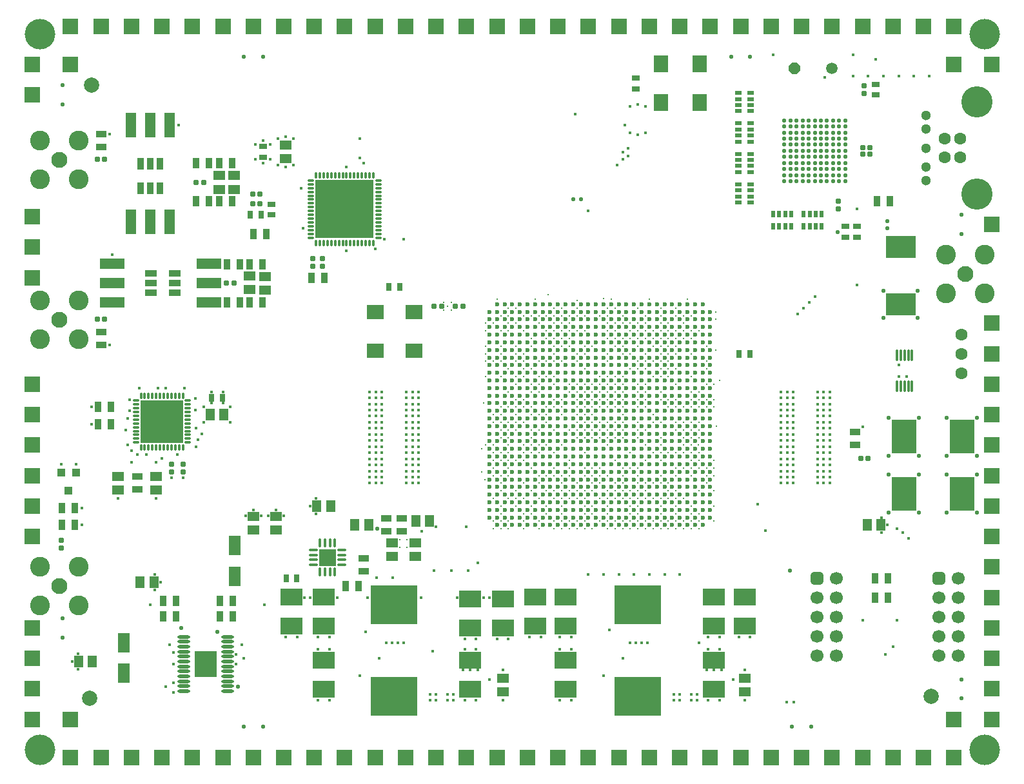
<source format=gts>
%FSLAX25Y25*%
%MOIN*%
G70*
G01*
G75*
G04 Layer_Color=8388736*
%ADD10C,0.00591*%
%ADD11C,0.00591*%
%ADD12C,0.00492*%
%ADD13R,0.03347X0.05118*%
%ADD14R,0.04528X0.05709*%
%ADD15R,0.12598X0.16929*%
%ADD16R,0.03150X0.01575*%
%ADD17R,0.01575X0.03150*%
%ADD18R,0.05709X0.04528*%
%ADD19R,0.03543X0.02756*%
G04:AMPARAMS|DCode=20|XSize=23.62mil|YSize=23.62mil|CornerRadius=2.95mil|HoleSize=0mil|Usage=FLASHONLY|Rotation=90.000|XOffset=0mil|YOffset=0mil|HoleType=Round|Shape=RoundedRectangle|*
%AMROUNDEDRECTD20*
21,1,0.02362,0.01772,0,0,90.0*
21,1,0.01772,0.02362,0,0,90.0*
1,1,0.00591,0.00886,0.00886*
1,1,0.00591,0.00886,-0.00886*
1,1,0.00591,-0.00886,-0.00886*
1,1,0.00591,-0.00886,0.00886*
%
%ADD20ROUNDEDRECTD20*%
%ADD21R,0.02756X0.03543*%
G04:AMPARAMS|DCode=22|XSize=23.62mil|YSize=23.62mil|CornerRadius=2.95mil|HoleSize=0mil|Usage=FLASHONLY|Rotation=180.000|XOffset=0mil|YOffset=0mil|HoleType=Round|Shape=RoundedRectangle|*
%AMROUNDEDRECTD22*
21,1,0.02362,0.01772,0,0,180.0*
21,1,0.01772,0.02362,0,0,180.0*
1,1,0.00591,-0.00886,0.00886*
1,1,0.00591,0.00886,0.00886*
1,1,0.00591,0.00886,-0.00886*
1,1,0.00591,-0.00886,-0.00886*
%
%ADD22ROUNDEDRECTD22*%
%ADD23R,0.05118X0.03347*%
%ADD24R,0.11000X0.08500*%
%ADD25R,0.23622X0.19685*%
%ADD26O,0.06102X0.01378*%
%ADD27R,0.10787X0.12795*%
%ADD28O,0.04134X0.01181*%
%ADD29O,0.01181X0.04134*%
%ADD30R,0.08268X0.08268*%
%ADD31R,0.05906X0.09449*%
%ADD32C,0.03937*%
%ADD33R,0.05512X0.02992*%
%ADD34R,0.12520X0.05000*%
%ADD35R,0.02992X0.05512*%
%ADD36R,0.05000X0.12520*%
%ADD37O,0.00984X0.03150*%
%ADD38O,0.03150X0.00984*%
%ADD39R,0.21654X0.21654*%
%ADD40O,0.00984X0.05709*%
%ADD41R,0.29528X0.29528*%
%ADD42O,0.00984X0.03543*%
%ADD43O,0.03543X0.00984*%
%ADD44C,0.01772*%
%ADD45C,0.01575*%
%ADD46C,0.01969*%
%ADD47R,0.07087X0.08661*%
%ADD48R,0.08661X0.07087*%
%ADD49R,0.14961X0.11024*%
%ADD50R,0.03543X0.03740*%
%ADD51C,0.05906*%
%ADD52C,0.01181*%
%ADD53C,0.00984*%
%ADD54C,0.03937*%
%ADD55C,0.00787*%
%ADD56C,0.00551*%
%ADD57C,0.00394*%
%ADD58P,0.05966X8X22.5*%
%ADD59C,0.05512*%
%ADD60C,0.05906*%
%ADD61C,0.07874*%
%ADD62C,0.09843*%
%ADD63C,0.15748*%
%ADD64C,0.04724*%
%ADD65R,0.07874X0.07874*%
%ADD66R,0.07874X0.07874*%
G04:AMPARAMS|DCode=67|XSize=62.99mil|YSize=62.99mil|CornerRadius=15.75mil|HoleSize=0mil|Usage=FLASHONLY|Rotation=90.000|XOffset=0mil|YOffset=0mil|HoleType=Round|Shape=RoundedRectangle|*
%AMROUNDEDRECTD67*
21,1,0.06299,0.03150,0,0,90.0*
21,1,0.03150,0.06299,0,0,90.0*
1,1,0.03150,0.01575,0.01575*
1,1,0.03150,0.01575,-0.01575*
1,1,0.03150,-0.01575,-0.01575*
1,1,0.03150,-0.01575,0.01575*
%
%ADD67ROUNDEDRECTD67*%
%ADD68C,0.06299*%
%ADD69C,0.02559*%
%ADD70C,0.02953*%
%ADD71C,0.02362*%
%ADD72C,0.02756*%
%ADD73C,0.01575*%
%ADD74C,0.01969*%
%ADD75C,0.08661*%
%ADD76C,0.06693*%
%ADD77C,0.03937*%
%ADD78C,0.03740*%
%ADD79C,0.03543*%
%ADD80C,0.03150*%
%ADD81C,0.04331*%
%ADD82C,0.03347*%
%ADD83C,0.00512*%
%ADD84C,0.00494*%
%ADD85C,0.02756*%
%ADD86C,0.02362*%
%ADD87C,0.09449*%
%ADD88C,0.10630*%
%ADD89R,0.03347X0.01102*%
%ADD90R,0.06496X0.09449*%
%ADD91O,0.08661X0.02362*%
%ADD92O,0.03347X0.01102*%
%ADD93O,0.01102X0.03347*%
%ADD94R,0.08071X0.08071*%
%ADD95O,0.02756X0.09843*%
%ADD96C,0.07874*%
%ADD97C,0.01000*%
%ADD98C,0.00984*%
%ADD99R,0.03740X0.05512*%
%ADD100R,0.04921X0.06102*%
%ADD101R,0.12992X0.17323*%
%ADD102R,0.03543X0.01969*%
%ADD103R,0.01969X0.03543*%
%ADD104R,0.06102X0.04921*%
%ADD105R,0.03937X0.03150*%
G04:AMPARAMS|DCode=106|XSize=27.56mil|YSize=27.56mil|CornerRadius=4.92mil|HoleSize=0mil|Usage=FLASHONLY|Rotation=90.000|XOffset=0mil|YOffset=0mil|HoleType=Round|Shape=RoundedRectangle|*
%AMROUNDEDRECTD106*
21,1,0.02756,0.01772,0,0,90.0*
21,1,0.01772,0.02756,0,0,90.0*
1,1,0.00984,0.00886,0.00886*
1,1,0.00984,0.00886,-0.00886*
1,1,0.00984,-0.00886,-0.00886*
1,1,0.00984,-0.00886,0.00886*
%
%ADD106ROUNDEDRECTD106*%
%ADD107R,0.03150X0.03937*%
G04:AMPARAMS|DCode=108|XSize=27.56mil|YSize=27.56mil|CornerRadius=4.92mil|HoleSize=0mil|Usage=FLASHONLY|Rotation=180.000|XOffset=0mil|YOffset=0mil|HoleType=Round|Shape=RoundedRectangle|*
%AMROUNDEDRECTD108*
21,1,0.02756,0.01772,0,0,180.0*
21,1,0.01772,0.02756,0,0,180.0*
1,1,0.00984,-0.00886,0.00886*
1,1,0.00984,0.00886,0.00886*
1,1,0.00984,0.00886,-0.00886*
1,1,0.00984,-0.00886,-0.00886*
%
%ADD108ROUNDEDRECTD108*%
%ADD109R,0.05512X0.03740*%
%ADD110R,0.11394X0.08894*%
%ADD111R,0.24016X0.20079*%
%ADD112O,0.06496X0.01772*%
%ADD113R,0.11181X0.13189*%
%ADD114O,0.04528X0.01575*%
%ADD115O,0.01575X0.04528*%
%ADD116R,0.08661X0.08661*%
%ADD117R,0.06299X0.09843*%
%ADD118C,0.07874*%
%ADD119R,0.05906X0.03386*%
%ADD120R,0.12913X0.05394*%
%ADD121R,0.03386X0.05906*%
%ADD122R,0.05394X0.12913*%
%ADD123O,0.01378X0.03543*%
%ADD124O,0.03543X0.01378*%
%ADD125R,0.22047X0.22047*%
%ADD126O,0.01378X0.06102*%
%ADD127R,0.29921X0.29921*%
%ADD128O,0.01378X0.03937*%
%ADD129O,0.03937X0.01378*%
%ADD130C,0.02165*%
%ADD131R,0.07480X0.09055*%
%ADD132R,0.09055X0.07480*%
%ADD133R,0.15354X0.11417*%
%ADD134R,0.03937X0.04134*%
%ADD135P,0.06392X8X22.5*%
%ADD136C,0.08268*%
%ADD137C,0.10236*%
%ADD138C,0.16142*%
%ADD139C,0.05118*%
%ADD140C,0.15748*%
%ADD141R,0.08268X0.08268*%
G04:AMPARAMS|DCode=142|XSize=66.93mil|YSize=66.93mil|CornerRadius=17.72mil|HoleSize=0mil|Usage=FLASHONLY|Rotation=90.000|XOffset=0mil|YOffset=0mil|HoleType=Round|Shape=RoundedRectangle|*
%AMROUNDEDRECTD142*
21,1,0.06693,0.03150,0,0,90.0*
21,1,0.03150,0.06693,0,0,90.0*
1,1,0.03543,0.01575,0.01575*
1,1,0.03543,0.01575,-0.01575*
1,1,0.03543,-0.01575,-0.01575*
1,1,0.03543,-0.01575,0.01575*
%
%ADD142ROUNDEDRECTD142*%
%ADD143C,0.01772*%
%ADD144C,0.02165*%
%ADD145C,0.01181*%
D30*
X602362Y110236D02*
D03*
X586614D02*
D03*
X555118D02*
D03*
X570866D02*
D03*
X539370D02*
D03*
X523622D02*
D03*
X492126D02*
D03*
X507874D02*
D03*
X476378D02*
D03*
X460630D02*
D03*
X429134D02*
D03*
X444882D02*
D03*
X413386D02*
D03*
X397638D02*
D03*
X366142D02*
D03*
X381890D02*
D03*
X350394D02*
D03*
X334646D02*
D03*
X303150D02*
D03*
X318898D02*
D03*
X287402D02*
D03*
X271654D02*
D03*
X240157D02*
D03*
X255906D02*
D03*
X224409D02*
D03*
X208661D02*
D03*
X177165D02*
D03*
X192913D02*
D03*
X161417D02*
D03*
X637795Y129921D02*
D03*
Y145669D02*
D03*
Y161417D02*
D03*
Y177165D02*
D03*
X141732Y129921D02*
D03*
X161417D02*
D03*
X141732Y145669D02*
D03*
Y161417D02*
D03*
Y177165D02*
D03*
Y224409D02*
D03*
Y240157D02*
D03*
Y255906D02*
D03*
Y271654D02*
D03*
Y287402D02*
D03*
Y303150D02*
D03*
Y358268D02*
D03*
Y374016D02*
D03*
Y389764D02*
D03*
Y468504D02*
D03*
X161417D02*
D03*
Y488189D02*
D03*
X141732Y452756D02*
D03*
D45*
X553937Y296063D02*
D03*
Y299213D02*
D03*
Y289764D02*
D03*
Y292913D02*
D03*
X550788Y296063D02*
D03*
Y299213D02*
D03*
Y289764D02*
D03*
Y292913D02*
D03*
X553937Y283465D02*
D03*
Y286614D02*
D03*
Y274016D02*
D03*
Y280315D02*
D03*
X550788D02*
D03*
Y286614D02*
D03*
X553937Y277165D02*
D03*
X547638Y296063D02*
D03*
Y299213D02*
D03*
Y289764D02*
D03*
Y292913D02*
D03*
Y286614D02*
D03*
X535040Y292913D02*
D03*
Y283465D02*
D03*
X550788D02*
D03*
X547638D02*
D03*
X550788Y277165D02*
D03*
X547638Y280315D02*
D03*
Y277165D02*
D03*
X553937Y267717D02*
D03*
X550788Y270866D02*
D03*
Y274016D02*
D03*
X553937Y270866D02*
D03*
Y261417D02*
D03*
Y264567D02*
D03*
Y251969D02*
D03*
Y258268D02*
D03*
X550788Y264567D02*
D03*
Y267717D02*
D03*
X553937Y255118D02*
D03*
X547638Y270866D02*
D03*
Y274016D02*
D03*
X550788Y261417D02*
D03*
X547638Y267717D02*
D03*
Y264567D02*
D03*
X535040D02*
D03*
X547638Y261417D02*
D03*
X550788Y258268D02*
D03*
X547638D02*
D03*
X550788Y251969D02*
D03*
Y255118D02*
D03*
X547638D02*
D03*
X535040D02*
D03*
X547638Y251969D02*
D03*
X535040Y296063D02*
D03*
Y299213D02*
D03*
Y289764D02*
D03*
X531890Y292913D02*
D03*
Y296063D02*
D03*
X535040Y280315D02*
D03*
Y286614D02*
D03*
Y277165D02*
D03*
X531890Y274016D02*
D03*
Y280315D02*
D03*
Y289764D02*
D03*
Y277165D02*
D03*
Y299213D02*
D03*
X528740D02*
D03*
Y292913D02*
D03*
Y296063D02*
D03*
Y286614D02*
D03*
Y289764D02*
D03*
X531890Y283465D02*
D03*
Y286614D02*
D03*
X528740Y280315D02*
D03*
Y283465D02*
D03*
Y277165D02*
D03*
X535040Y270866D02*
D03*
Y274016D02*
D03*
Y261417D02*
D03*
Y267717D02*
D03*
X531890Y264567D02*
D03*
Y267717D02*
D03*
X535040Y258268D02*
D03*
X531890Y261417D02*
D03*
X535040Y251969D02*
D03*
X531890Y258268D02*
D03*
Y270866D02*
D03*
X528740Y274016D02*
D03*
Y267717D02*
D03*
Y270866D02*
D03*
Y261417D02*
D03*
Y264567D02*
D03*
X531890Y251969D02*
D03*
Y255118D02*
D03*
X528740D02*
D03*
Y258268D02*
D03*
Y251969D02*
D03*
X316142D02*
D03*
Y258268D02*
D03*
Y255118D02*
D03*
X319291D02*
D03*
Y251969D02*
D03*
X316142Y264567D02*
D03*
Y261417D02*
D03*
Y270866D02*
D03*
Y267717D02*
D03*
Y274016D02*
D03*
X319291Y270866D02*
D03*
Y258268D02*
D03*
X322441Y251969D02*
D03*
X319291Y261417D02*
D03*
X322441Y258268D02*
D03*
X319291Y267717D02*
D03*
Y264567D02*
D03*
X322441Y267717D02*
D03*
Y261417D02*
D03*
Y274016D02*
D03*
Y270866D02*
D03*
X316142Y277165D02*
D03*
Y283465D02*
D03*
Y280315D02*
D03*
X319291Y286614D02*
D03*
Y283465D02*
D03*
X316142Y289764D02*
D03*
Y286614D02*
D03*
Y296063D02*
D03*
Y292913D02*
D03*
Y299213D02*
D03*
X319291D02*
D03*
Y277165D02*
D03*
Y289764D02*
D03*
Y280315D02*
D03*
Y274016D02*
D03*
X322441Y277165D02*
D03*
Y286614D02*
D03*
Y280315D02*
D03*
X319291Y296063D02*
D03*
Y292913D02*
D03*
X322441Y289764D02*
D03*
Y299213D02*
D03*
Y296063D02*
D03*
X335039Y251969D02*
D03*
X322441Y255118D02*
D03*
X335039D02*
D03*
X338189D02*
D03*
Y251969D02*
D03*
X335039Y258268D02*
D03*
X338189D02*
D03*
X335039Y261417D02*
D03*
X322441Y264567D02*
D03*
X335039D02*
D03*
Y267717D02*
D03*
X338189Y261417D02*
D03*
X335039Y274016D02*
D03*
Y270866D02*
D03*
X341339Y255118D02*
D03*
X338189Y267717D02*
D03*
Y264567D02*
D03*
X341339Y258268D02*
D03*
Y251969D02*
D03*
Y264567D02*
D03*
Y261417D02*
D03*
Y270866D02*
D03*
X338189Y274016D02*
D03*
Y270866D02*
D03*
X341339Y267717D02*
D03*
X335039Y277165D02*
D03*
Y280315D02*
D03*
X338189Y277165D02*
D03*
X335039Y283465D02*
D03*
X338189D02*
D03*
X322441D02*
D03*
Y292913D02*
D03*
X335039Y286614D02*
D03*
Y292913D02*
D03*
Y289764D02*
D03*
Y299213D02*
D03*
Y296063D02*
D03*
X341339Y277165D02*
D03*
X338189Y286614D02*
D03*
Y280315D02*
D03*
X341339D02*
D03*
Y274016D02*
D03*
Y286614D02*
D03*
Y283465D02*
D03*
X338189Y292913D02*
D03*
Y289764D02*
D03*
Y299213D02*
D03*
Y296063D02*
D03*
X341339Y292913D02*
D03*
Y289764D02*
D03*
Y299213D02*
D03*
Y296063D02*
D03*
X276575Y430118D02*
D03*
X268701D02*
D03*
X272638Y431102D02*
D03*
X183071Y370079D02*
D03*
X181732Y323425D02*
D03*
X217165Y437008D02*
D03*
X181732Y432480D02*
D03*
X240158Y299213D02*
D03*
Y293307D02*
D03*
X234252Y299213D02*
D03*
Y293307D02*
D03*
X429134Y392717D02*
D03*
D60*
X554882Y466535D02*
D03*
D68*
X622047Y328898D02*
D03*
Y308898D02*
D03*
Y318898D02*
D03*
X621220Y430197D02*
D03*
X613346D02*
D03*
Y420354D02*
D03*
X621220D02*
D03*
D71*
X492126Y340551D02*
D03*
Y336614D02*
D03*
Y332677D02*
D03*
Y328740D02*
D03*
Y324803D02*
D03*
Y320866D02*
D03*
Y316929D02*
D03*
Y312992D02*
D03*
Y309055D02*
D03*
Y305118D02*
D03*
Y301181D02*
D03*
Y297244D02*
D03*
Y293307D02*
D03*
Y289370D02*
D03*
Y285433D02*
D03*
Y281496D02*
D03*
Y277559D02*
D03*
Y273622D02*
D03*
Y269685D02*
D03*
Y265748D02*
D03*
Y261811D02*
D03*
Y257874D02*
D03*
Y253937D02*
D03*
Y250000D02*
D03*
Y246063D02*
D03*
Y242126D02*
D03*
Y238189D02*
D03*
Y234252D02*
D03*
X488189Y344488D02*
D03*
Y340551D02*
D03*
Y336614D02*
D03*
Y332677D02*
D03*
Y328740D02*
D03*
Y324803D02*
D03*
Y320866D02*
D03*
Y316929D02*
D03*
Y312992D02*
D03*
Y309055D02*
D03*
Y305118D02*
D03*
Y301181D02*
D03*
Y297244D02*
D03*
Y293307D02*
D03*
Y289370D02*
D03*
Y285433D02*
D03*
Y281496D02*
D03*
Y277559D02*
D03*
Y273622D02*
D03*
Y269685D02*
D03*
Y265748D02*
D03*
Y261811D02*
D03*
Y257874D02*
D03*
Y253937D02*
D03*
Y250000D02*
D03*
Y246063D02*
D03*
Y242126D02*
D03*
Y238189D02*
D03*
Y234252D02*
D03*
Y230315D02*
D03*
X484252Y344488D02*
D03*
Y340551D02*
D03*
Y336614D02*
D03*
Y332677D02*
D03*
Y328740D02*
D03*
Y324803D02*
D03*
Y320866D02*
D03*
Y316929D02*
D03*
Y312992D02*
D03*
Y309055D02*
D03*
Y305118D02*
D03*
Y301181D02*
D03*
Y297244D02*
D03*
Y293307D02*
D03*
Y289370D02*
D03*
Y285433D02*
D03*
Y281496D02*
D03*
Y277559D02*
D03*
Y273622D02*
D03*
Y269685D02*
D03*
Y265748D02*
D03*
Y261811D02*
D03*
Y257874D02*
D03*
Y253937D02*
D03*
Y250000D02*
D03*
Y246063D02*
D03*
Y242126D02*
D03*
Y238189D02*
D03*
Y234252D02*
D03*
Y230315D02*
D03*
X480315Y344488D02*
D03*
Y340551D02*
D03*
Y336614D02*
D03*
Y332677D02*
D03*
Y328740D02*
D03*
Y324803D02*
D03*
Y320866D02*
D03*
Y316929D02*
D03*
Y312992D02*
D03*
Y309055D02*
D03*
Y305118D02*
D03*
Y301181D02*
D03*
Y297244D02*
D03*
Y293307D02*
D03*
Y289370D02*
D03*
Y285433D02*
D03*
Y281496D02*
D03*
Y277559D02*
D03*
Y273622D02*
D03*
Y269685D02*
D03*
Y265748D02*
D03*
Y261811D02*
D03*
Y257874D02*
D03*
Y253937D02*
D03*
Y250000D02*
D03*
Y246063D02*
D03*
Y242126D02*
D03*
Y238189D02*
D03*
Y234252D02*
D03*
Y230315D02*
D03*
X476378Y344488D02*
D03*
Y340551D02*
D03*
Y336614D02*
D03*
Y332677D02*
D03*
Y328740D02*
D03*
Y324803D02*
D03*
Y320866D02*
D03*
Y316929D02*
D03*
Y312992D02*
D03*
Y309055D02*
D03*
Y305118D02*
D03*
Y301181D02*
D03*
Y297244D02*
D03*
Y293307D02*
D03*
Y289370D02*
D03*
Y285433D02*
D03*
Y281496D02*
D03*
Y277559D02*
D03*
Y273622D02*
D03*
Y269685D02*
D03*
Y265748D02*
D03*
Y261811D02*
D03*
Y257874D02*
D03*
Y253937D02*
D03*
Y250000D02*
D03*
Y246063D02*
D03*
Y242126D02*
D03*
Y238189D02*
D03*
Y234252D02*
D03*
Y230315D02*
D03*
X472441Y344488D02*
D03*
Y340551D02*
D03*
Y336614D02*
D03*
Y332677D02*
D03*
Y328740D02*
D03*
Y324803D02*
D03*
Y320866D02*
D03*
Y316929D02*
D03*
Y312992D02*
D03*
Y309055D02*
D03*
Y305118D02*
D03*
Y301181D02*
D03*
Y297244D02*
D03*
Y293307D02*
D03*
Y289370D02*
D03*
Y285433D02*
D03*
Y281496D02*
D03*
Y277559D02*
D03*
Y273622D02*
D03*
Y269685D02*
D03*
Y265748D02*
D03*
Y261811D02*
D03*
Y257874D02*
D03*
Y253937D02*
D03*
Y250000D02*
D03*
Y246063D02*
D03*
Y242126D02*
D03*
Y238189D02*
D03*
Y234252D02*
D03*
Y230315D02*
D03*
X468504Y344488D02*
D03*
Y340551D02*
D03*
Y336614D02*
D03*
Y332677D02*
D03*
Y328740D02*
D03*
Y324803D02*
D03*
Y320866D02*
D03*
Y316929D02*
D03*
Y312992D02*
D03*
Y309055D02*
D03*
Y305118D02*
D03*
Y301181D02*
D03*
Y297244D02*
D03*
Y293307D02*
D03*
Y289370D02*
D03*
Y285433D02*
D03*
Y281496D02*
D03*
Y277559D02*
D03*
Y273622D02*
D03*
Y269685D02*
D03*
Y265748D02*
D03*
Y261811D02*
D03*
Y257874D02*
D03*
Y253937D02*
D03*
Y250000D02*
D03*
Y246063D02*
D03*
Y242126D02*
D03*
Y238189D02*
D03*
Y234252D02*
D03*
Y230315D02*
D03*
X464567Y344488D02*
D03*
Y340551D02*
D03*
Y336614D02*
D03*
Y332677D02*
D03*
Y328740D02*
D03*
Y324803D02*
D03*
Y320866D02*
D03*
Y316929D02*
D03*
Y312992D02*
D03*
Y309055D02*
D03*
Y305118D02*
D03*
Y301181D02*
D03*
Y297244D02*
D03*
Y293307D02*
D03*
Y289370D02*
D03*
Y285433D02*
D03*
Y281496D02*
D03*
Y277559D02*
D03*
Y273622D02*
D03*
Y269685D02*
D03*
Y265748D02*
D03*
Y261811D02*
D03*
Y257874D02*
D03*
Y253937D02*
D03*
Y250000D02*
D03*
Y246063D02*
D03*
Y242126D02*
D03*
Y238189D02*
D03*
Y234252D02*
D03*
Y230315D02*
D03*
X460630Y344488D02*
D03*
Y340551D02*
D03*
Y336614D02*
D03*
Y332677D02*
D03*
Y328740D02*
D03*
Y324803D02*
D03*
Y320866D02*
D03*
Y316929D02*
D03*
Y312992D02*
D03*
Y309055D02*
D03*
Y305118D02*
D03*
Y301181D02*
D03*
Y297244D02*
D03*
Y293307D02*
D03*
Y289370D02*
D03*
Y285433D02*
D03*
Y281496D02*
D03*
Y277559D02*
D03*
Y273622D02*
D03*
Y269685D02*
D03*
Y265748D02*
D03*
Y261811D02*
D03*
Y257874D02*
D03*
Y253937D02*
D03*
Y250000D02*
D03*
Y246063D02*
D03*
Y242126D02*
D03*
Y238189D02*
D03*
Y234252D02*
D03*
Y230315D02*
D03*
X456693Y344488D02*
D03*
Y340551D02*
D03*
Y336614D02*
D03*
Y332677D02*
D03*
Y328740D02*
D03*
Y324803D02*
D03*
Y320866D02*
D03*
Y316929D02*
D03*
Y312992D02*
D03*
Y309055D02*
D03*
Y305118D02*
D03*
Y301181D02*
D03*
Y297244D02*
D03*
Y293307D02*
D03*
Y289370D02*
D03*
Y285433D02*
D03*
Y281496D02*
D03*
Y277559D02*
D03*
Y273622D02*
D03*
Y269685D02*
D03*
Y265748D02*
D03*
Y261811D02*
D03*
Y257874D02*
D03*
Y253937D02*
D03*
Y250000D02*
D03*
Y246063D02*
D03*
Y242126D02*
D03*
Y238189D02*
D03*
Y234252D02*
D03*
Y230315D02*
D03*
X452756Y344488D02*
D03*
Y340551D02*
D03*
Y336614D02*
D03*
Y332677D02*
D03*
Y328740D02*
D03*
Y324803D02*
D03*
Y320866D02*
D03*
Y316929D02*
D03*
Y312992D02*
D03*
Y309055D02*
D03*
Y305118D02*
D03*
Y301181D02*
D03*
Y297244D02*
D03*
Y293307D02*
D03*
Y289370D02*
D03*
Y285433D02*
D03*
Y281496D02*
D03*
Y277559D02*
D03*
Y273622D02*
D03*
Y269685D02*
D03*
Y265748D02*
D03*
Y261811D02*
D03*
Y257874D02*
D03*
Y253937D02*
D03*
Y250000D02*
D03*
Y246063D02*
D03*
Y242126D02*
D03*
Y238189D02*
D03*
Y234252D02*
D03*
Y230315D02*
D03*
X448819Y344488D02*
D03*
Y340551D02*
D03*
Y336614D02*
D03*
Y332677D02*
D03*
Y328740D02*
D03*
Y324803D02*
D03*
Y320866D02*
D03*
Y316929D02*
D03*
Y312992D02*
D03*
Y309055D02*
D03*
Y305118D02*
D03*
Y301181D02*
D03*
Y297244D02*
D03*
Y293307D02*
D03*
Y289370D02*
D03*
Y285433D02*
D03*
Y281496D02*
D03*
Y277559D02*
D03*
Y273622D02*
D03*
Y269685D02*
D03*
Y265748D02*
D03*
Y261811D02*
D03*
Y257874D02*
D03*
Y253937D02*
D03*
Y250000D02*
D03*
Y246063D02*
D03*
Y242126D02*
D03*
Y238189D02*
D03*
Y234252D02*
D03*
Y230315D02*
D03*
X444882Y344488D02*
D03*
Y340551D02*
D03*
Y336614D02*
D03*
Y332677D02*
D03*
Y328740D02*
D03*
Y324803D02*
D03*
Y320866D02*
D03*
Y316929D02*
D03*
Y312992D02*
D03*
Y309055D02*
D03*
Y305118D02*
D03*
Y301181D02*
D03*
Y297244D02*
D03*
Y293307D02*
D03*
Y289370D02*
D03*
Y285433D02*
D03*
Y281496D02*
D03*
Y277559D02*
D03*
Y273622D02*
D03*
Y269685D02*
D03*
Y265748D02*
D03*
Y261811D02*
D03*
Y257874D02*
D03*
Y253937D02*
D03*
Y250000D02*
D03*
Y246063D02*
D03*
Y242126D02*
D03*
Y238189D02*
D03*
Y234252D02*
D03*
Y230315D02*
D03*
X440945Y344488D02*
D03*
Y340551D02*
D03*
Y336614D02*
D03*
Y332677D02*
D03*
Y328740D02*
D03*
Y324803D02*
D03*
Y320866D02*
D03*
Y316929D02*
D03*
Y312992D02*
D03*
Y309055D02*
D03*
Y305118D02*
D03*
Y301181D02*
D03*
Y297244D02*
D03*
Y293307D02*
D03*
Y289370D02*
D03*
Y285433D02*
D03*
Y281496D02*
D03*
Y277559D02*
D03*
Y273622D02*
D03*
Y269685D02*
D03*
Y265748D02*
D03*
Y261811D02*
D03*
Y257874D02*
D03*
Y253937D02*
D03*
Y250000D02*
D03*
Y246063D02*
D03*
Y242126D02*
D03*
Y238189D02*
D03*
Y234252D02*
D03*
Y230315D02*
D03*
X437008Y344488D02*
D03*
Y340551D02*
D03*
Y336614D02*
D03*
Y332677D02*
D03*
Y328740D02*
D03*
Y324803D02*
D03*
Y320866D02*
D03*
Y316929D02*
D03*
Y312992D02*
D03*
Y309055D02*
D03*
Y305118D02*
D03*
Y301181D02*
D03*
Y297244D02*
D03*
Y293307D02*
D03*
Y289370D02*
D03*
Y285433D02*
D03*
Y281496D02*
D03*
Y277559D02*
D03*
Y273622D02*
D03*
Y269685D02*
D03*
Y265748D02*
D03*
Y261811D02*
D03*
Y257874D02*
D03*
Y253937D02*
D03*
Y250000D02*
D03*
Y246063D02*
D03*
Y242126D02*
D03*
Y238189D02*
D03*
Y234252D02*
D03*
Y230315D02*
D03*
X433071Y344488D02*
D03*
Y340551D02*
D03*
Y336614D02*
D03*
Y332677D02*
D03*
Y328740D02*
D03*
Y324803D02*
D03*
Y320866D02*
D03*
Y316929D02*
D03*
Y312992D02*
D03*
Y309055D02*
D03*
Y305118D02*
D03*
Y301181D02*
D03*
Y297244D02*
D03*
Y293307D02*
D03*
Y289370D02*
D03*
Y285433D02*
D03*
Y281496D02*
D03*
Y277559D02*
D03*
Y273622D02*
D03*
Y269685D02*
D03*
Y265748D02*
D03*
Y261811D02*
D03*
Y257874D02*
D03*
Y253937D02*
D03*
Y250000D02*
D03*
Y246063D02*
D03*
Y242126D02*
D03*
Y238189D02*
D03*
Y234252D02*
D03*
Y230315D02*
D03*
X429134Y344488D02*
D03*
Y340551D02*
D03*
Y336614D02*
D03*
Y332677D02*
D03*
Y328740D02*
D03*
Y324803D02*
D03*
Y320866D02*
D03*
Y316929D02*
D03*
Y312992D02*
D03*
Y309055D02*
D03*
Y305118D02*
D03*
Y301181D02*
D03*
Y297244D02*
D03*
Y293307D02*
D03*
Y289370D02*
D03*
Y285433D02*
D03*
Y281496D02*
D03*
Y277559D02*
D03*
Y273622D02*
D03*
Y269685D02*
D03*
Y265748D02*
D03*
Y261811D02*
D03*
Y257874D02*
D03*
Y253937D02*
D03*
Y250000D02*
D03*
Y246063D02*
D03*
Y242126D02*
D03*
Y238189D02*
D03*
Y234252D02*
D03*
Y230315D02*
D03*
X425197Y344488D02*
D03*
Y340551D02*
D03*
Y336614D02*
D03*
Y332677D02*
D03*
Y328740D02*
D03*
Y324803D02*
D03*
X425197Y320866D02*
D03*
X425197Y316929D02*
D03*
Y312992D02*
D03*
Y309055D02*
D03*
Y305118D02*
D03*
Y301181D02*
D03*
Y297244D02*
D03*
Y293307D02*
D03*
Y289370D02*
D03*
Y285433D02*
D03*
X425197Y281496D02*
D03*
X425197Y277559D02*
D03*
Y273622D02*
D03*
Y269685D02*
D03*
Y265748D02*
D03*
Y261811D02*
D03*
Y257874D02*
D03*
Y253937D02*
D03*
Y250000D02*
D03*
Y246063D02*
D03*
Y242126D02*
D03*
X425197Y238189D02*
D03*
X425197Y234252D02*
D03*
Y230315D02*
D03*
X421260Y344488D02*
D03*
Y340551D02*
D03*
X421260Y336614D02*
D03*
X421260Y332677D02*
D03*
Y328740D02*
D03*
Y324803D02*
D03*
X421260Y320866D02*
D03*
X421260Y316929D02*
D03*
Y312992D02*
D03*
Y309055D02*
D03*
Y305118D02*
D03*
Y301181D02*
D03*
Y297244D02*
D03*
X421260Y293307D02*
D03*
X421260Y289370D02*
D03*
Y285433D02*
D03*
X421260Y281496D02*
D03*
X421260Y277559D02*
D03*
Y273622D02*
D03*
Y269685D02*
D03*
X421260Y265748D02*
D03*
X421260Y261811D02*
D03*
Y257874D02*
D03*
Y253937D02*
D03*
Y250000D02*
D03*
Y246063D02*
D03*
X421260Y242126D02*
D03*
Y238189D02*
D03*
X421260Y234252D02*
D03*
Y230315D02*
D03*
X417323Y344488D02*
D03*
Y340551D02*
D03*
Y336614D02*
D03*
Y332677D02*
D03*
Y328740D02*
D03*
Y324803D02*
D03*
Y320866D02*
D03*
Y316929D02*
D03*
Y312992D02*
D03*
Y309055D02*
D03*
Y305118D02*
D03*
Y301181D02*
D03*
Y297244D02*
D03*
Y293307D02*
D03*
Y289370D02*
D03*
Y285433D02*
D03*
Y281496D02*
D03*
Y277559D02*
D03*
Y273622D02*
D03*
Y269685D02*
D03*
Y265748D02*
D03*
Y261811D02*
D03*
Y257874D02*
D03*
Y253937D02*
D03*
Y250000D02*
D03*
Y246063D02*
D03*
Y242126D02*
D03*
Y238189D02*
D03*
Y234252D02*
D03*
Y230315D02*
D03*
X413386Y344488D02*
D03*
Y340551D02*
D03*
Y336614D02*
D03*
Y332677D02*
D03*
Y328740D02*
D03*
Y324803D02*
D03*
Y320866D02*
D03*
Y316929D02*
D03*
Y312992D02*
D03*
Y309055D02*
D03*
Y305118D02*
D03*
Y301181D02*
D03*
Y297244D02*
D03*
Y293307D02*
D03*
Y289370D02*
D03*
Y285433D02*
D03*
Y281496D02*
D03*
Y277559D02*
D03*
Y273622D02*
D03*
Y269685D02*
D03*
Y265748D02*
D03*
Y261811D02*
D03*
Y257874D02*
D03*
Y253937D02*
D03*
Y250000D02*
D03*
Y246063D02*
D03*
Y242126D02*
D03*
Y238189D02*
D03*
Y234252D02*
D03*
Y230315D02*
D03*
X409449Y344488D02*
D03*
Y340551D02*
D03*
Y336614D02*
D03*
Y332677D02*
D03*
Y328740D02*
D03*
Y324803D02*
D03*
Y320866D02*
D03*
Y316929D02*
D03*
Y312992D02*
D03*
Y309055D02*
D03*
Y305118D02*
D03*
Y301181D02*
D03*
Y297244D02*
D03*
Y293307D02*
D03*
Y289370D02*
D03*
Y285433D02*
D03*
Y281496D02*
D03*
Y277559D02*
D03*
Y273622D02*
D03*
Y269685D02*
D03*
Y265748D02*
D03*
Y261811D02*
D03*
Y257874D02*
D03*
Y253937D02*
D03*
Y250000D02*
D03*
Y246063D02*
D03*
Y242126D02*
D03*
Y238189D02*
D03*
Y234252D02*
D03*
Y230315D02*
D03*
X405512Y344488D02*
D03*
Y340551D02*
D03*
Y336614D02*
D03*
Y332677D02*
D03*
Y328740D02*
D03*
Y324803D02*
D03*
Y320866D02*
D03*
Y316929D02*
D03*
Y312992D02*
D03*
Y309055D02*
D03*
Y305118D02*
D03*
Y301181D02*
D03*
Y297244D02*
D03*
Y293307D02*
D03*
Y289370D02*
D03*
Y285433D02*
D03*
Y281496D02*
D03*
Y277559D02*
D03*
Y273622D02*
D03*
Y269685D02*
D03*
Y265748D02*
D03*
Y261811D02*
D03*
Y257874D02*
D03*
Y253937D02*
D03*
Y250000D02*
D03*
Y246063D02*
D03*
Y242126D02*
D03*
Y238189D02*
D03*
Y234252D02*
D03*
Y230315D02*
D03*
X401575Y344488D02*
D03*
Y340551D02*
D03*
Y336614D02*
D03*
Y332677D02*
D03*
Y328740D02*
D03*
Y324803D02*
D03*
Y320866D02*
D03*
Y316929D02*
D03*
Y312992D02*
D03*
Y309055D02*
D03*
Y305118D02*
D03*
Y301181D02*
D03*
Y297244D02*
D03*
Y293307D02*
D03*
Y289370D02*
D03*
Y285433D02*
D03*
Y281496D02*
D03*
Y277559D02*
D03*
Y273622D02*
D03*
Y269685D02*
D03*
Y265748D02*
D03*
Y261811D02*
D03*
Y257874D02*
D03*
Y253937D02*
D03*
Y250000D02*
D03*
Y246063D02*
D03*
Y242126D02*
D03*
Y238189D02*
D03*
Y234252D02*
D03*
Y230315D02*
D03*
X397638Y344488D02*
D03*
Y340551D02*
D03*
Y336614D02*
D03*
Y332677D02*
D03*
Y328740D02*
D03*
Y324803D02*
D03*
Y320866D02*
D03*
Y316929D02*
D03*
Y312992D02*
D03*
Y309055D02*
D03*
Y305118D02*
D03*
Y301181D02*
D03*
Y297244D02*
D03*
Y293307D02*
D03*
Y289370D02*
D03*
Y285433D02*
D03*
Y281496D02*
D03*
Y277559D02*
D03*
Y273622D02*
D03*
Y269685D02*
D03*
Y265748D02*
D03*
Y261811D02*
D03*
Y257874D02*
D03*
Y253937D02*
D03*
Y250000D02*
D03*
Y246063D02*
D03*
Y242126D02*
D03*
Y238189D02*
D03*
Y234252D02*
D03*
Y230315D02*
D03*
X393701Y344488D02*
D03*
Y340551D02*
D03*
Y336614D02*
D03*
Y332677D02*
D03*
Y328740D02*
D03*
Y324803D02*
D03*
Y320866D02*
D03*
Y316929D02*
D03*
Y312992D02*
D03*
Y309055D02*
D03*
Y305118D02*
D03*
Y301181D02*
D03*
Y297244D02*
D03*
Y293307D02*
D03*
Y289370D02*
D03*
Y285433D02*
D03*
Y281496D02*
D03*
Y277559D02*
D03*
Y273622D02*
D03*
Y269685D02*
D03*
Y265748D02*
D03*
Y261811D02*
D03*
Y257874D02*
D03*
Y253937D02*
D03*
Y250000D02*
D03*
Y246063D02*
D03*
Y242126D02*
D03*
Y238189D02*
D03*
Y234252D02*
D03*
Y230315D02*
D03*
X389764Y344488D02*
D03*
Y340551D02*
D03*
Y336614D02*
D03*
Y332677D02*
D03*
Y328740D02*
D03*
Y324803D02*
D03*
Y320866D02*
D03*
Y316929D02*
D03*
Y312992D02*
D03*
Y309055D02*
D03*
Y305118D02*
D03*
Y301181D02*
D03*
Y297244D02*
D03*
Y293307D02*
D03*
Y289370D02*
D03*
Y285433D02*
D03*
Y281496D02*
D03*
Y277559D02*
D03*
Y273622D02*
D03*
Y269685D02*
D03*
Y265748D02*
D03*
Y261811D02*
D03*
Y257874D02*
D03*
Y253937D02*
D03*
Y250000D02*
D03*
Y246063D02*
D03*
Y242126D02*
D03*
Y238189D02*
D03*
Y234252D02*
D03*
Y230315D02*
D03*
X385827Y344488D02*
D03*
Y340551D02*
D03*
Y336614D02*
D03*
Y332677D02*
D03*
Y328740D02*
D03*
Y324803D02*
D03*
Y320866D02*
D03*
Y316929D02*
D03*
Y312992D02*
D03*
Y309055D02*
D03*
Y305118D02*
D03*
Y301181D02*
D03*
Y297244D02*
D03*
Y293307D02*
D03*
Y289370D02*
D03*
Y285433D02*
D03*
Y281496D02*
D03*
Y277559D02*
D03*
Y273622D02*
D03*
Y269685D02*
D03*
Y265748D02*
D03*
Y261811D02*
D03*
Y257874D02*
D03*
Y253937D02*
D03*
Y250000D02*
D03*
Y246063D02*
D03*
Y242126D02*
D03*
Y238189D02*
D03*
Y234252D02*
D03*
Y230315D02*
D03*
X381890Y344488D02*
D03*
Y340551D02*
D03*
Y336614D02*
D03*
Y332677D02*
D03*
Y328740D02*
D03*
Y324803D02*
D03*
Y320866D02*
D03*
Y316929D02*
D03*
Y312992D02*
D03*
Y309055D02*
D03*
Y305118D02*
D03*
Y301181D02*
D03*
Y297244D02*
D03*
Y293307D02*
D03*
Y289370D02*
D03*
Y285433D02*
D03*
Y281496D02*
D03*
Y277559D02*
D03*
Y273622D02*
D03*
Y269685D02*
D03*
Y265748D02*
D03*
Y261811D02*
D03*
Y257874D02*
D03*
Y253937D02*
D03*
Y250000D02*
D03*
Y246063D02*
D03*
Y242126D02*
D03*
Y238189D02*
D03*
Y234252D02*
D03*
Y230315D02*
D03*
X377953Y340551D02*
D03*
Y336614D02*
D03*
Y332677D02*
D03*
Y328740D02*
D03*
Y324803D02*
D03*
Y320866D02*
D03*
Y316929D02*
D03*
Y312992D02*
D03*
Y309055D02*
D03*
Y305118D02*
D03*
Y301181D02*
D03*
Y297244D02*
D03*
Y293307D02*
D03*
Y289370D02*
D03*
Y285433D02*
D03*
Y281496D02*
D03*
Y277559D02*
D03*
Y273622D02*
D03*
Y269685D02*
D03*
Y265748D02*
D03*
Y261811D02*
D03*
Y257874D02*
D03*
Y253937D02*
D03*
Y250000D02*
D03*
Y246063D02*
D03*
Y242126D02*
D03*
Y238189D02*
D03*
Y234252D02*
D03*
D76*
X557244Y202756D02*
D03*
X557244Y162756D02*
D03*
X557244Y172756D02*
D03*
Y182756D02*
D03*
X557244Y192756D02*
D03*
X547244D02*
D03*
Y182756D02*
D03*
Y172756D02*
D03*
Y162756D02*
D03*
X620236Y202756D02*
D03*
X620236Y162756D02*
D03*
X620236Y172756D02*
D03*
Y182756D02*
D03*
X620236Y192756D02*
D03*
X610236D02*
D03*
Y182756D02*
D03*
Y172756D02*
D03*
Y162756D02*
D03*
D99*
X215945Y183071D02*
D03*
X209252D02*
D03*
X209252Y190945D02*
D03*
X215945D02*
D03*
X244882Y417323D02*
D03*
X238189D02*
D03*
X233071D02*
D03*
X226378D02*
D03*
X244882Y397638D02*
D03*
X238189D02*
D03*
X233071D02*
D03*
X226378D02*
D03*
X262795Y380709D02*
D03*
X256102D02*
D03*
X260788Y365197D02*
D03*
X254095D02*
D03*
X248976D02*
D03*
X242283D02*
D03*
X260787Y345512D02*
D03*
X254094D02*
D03*
X248976D02*
D03*
X242283D02*
D03*
X292717Y358268D02*
D03*
X286023D02*
D03*
X578346Y397638D02*
D03*
X585039D02*
D03*
X577362Y202756D02*
D03*
X584055D02*
D03*
X577362Y192913D02*
D03*
X584055D02*
D03*
X303740Y198819D02*
D03*
X310433D02*
D03*
X245473Y190945D02*
D03*
X238780D02*
D03*
X245473Y183071D02*
D03*
X238780D02*
D03*
X163780Y239173D02*
D03*
X157087D02*
D03*
X157087Y230315D02*
D03*
X163779D02*
D03*
X182480Y282480D02*
D03*
X175787D02*
D03*
X182480Y291339D02*
D03*
X175787D02*
D03*
D100*
X197441Y200787D02*
D03*
X204528D02*
D03*
X573228Y230315D02*
D03*
X580315D02*
D03*
X339961Y232283D02*
D03*
X347047D02*
D03*
X308465Y230315D02*
D03*
X315551D02*
D03*
X295866Y240158D02*
D03*
X288779D02*
D03*
X172638Y159843D02*
D03*
X165551D02*
D03*
X240748Y287402D02*
D03*
X233662D02*
D03*
D101*
X622244Y275984D02*
D03*
X592244D02*
D03*
Y246457D02*
D03*
X622244D02*
D03*
D102*
X506693Y412795D02*
D03*
Y415945D02*
D03*
Y419095D02*
D03*
Y422244D02*
D03*
X512992D02*
D03*
Y419095D02*
D03*
Y415945D02*
D03*
Y412795D02*
D03*
X506693Y428543D02*
D03*
Y431693D02*
D03*
Y434842D02*
D03*
Y437992D02*
D03*
X512992D02*
D03*
Y434842D02*
D03*
Y431693D02*
D03*
Y428543D02*
D03*
Y397047D02*
D03*
Y400197D02*
D03*
Y403346D02*
D03*
Y406496D02*
D03*
X506693D02*
D03*
Y403346D02*
D03*
Y400197D02*
D03*
Y397047D02*
D03*
Y444291D02*
D03*
Y447441D02*
D03*
Y450591D02*
D03*
Y453740D02*
D03*
X512992D02*
D03*
Y450591D02*
D03*
Y447441D02*
D03*
Y444291D02*
D03*
D103*
X534055Y390945D02*
D03*
X530905D02*
D03*
X527756D02*
D03*
X524606D02*
D03*
Y384646D02*
D03*
X527756D02*
D03*
X530905D02*
D03*
X534055D02*
D03*
X549803Y390945D02*
D03*
X546654D02*
D03*
X543504D02*
D03*
X540354D02*
D03*
Y384646D02*
D03*
X543504D02*
D03*
X546654D02*
D03*
X549803D02*
D03*
D104*
X246063Y411024D02*
D03*
Y403937D02*
D03*
X272638Y426772D02*
D03*
Y419685D02*
D03*
X238189Y411024D02*
D03*
Y403937D02*
D03*
X253937Y351969D02*
D03*
Y359055D02*
D03*
X261969Y351811D02*
D03*
Y358897D02*
D03*
X509842Y151181D02*
D03*
Y144094D02*
D03*
X384842Y151181D02*
D03*
Y144094D02*
D03*
X327756Y213976D02*
D03*
Y221063D02*
D03*
X339567Y213976D02*
D03*
Y221063D02*
D03*
X267717Y227756D02*
D03*
Y234843D02*
D03*
X255906Y227756D02*
D03*
Y234843D02*
D03*
X205709Y255512D02*
D03*
Y248425D02*
D03*
X186024Y255512D02*
D03*
Y248425D02*
D03*
D105*
X265354Y390748D02*
D03*
Y396260D02*
D03*
X260827Y425984D02*
D03*
Y420472D02*
D03*
X567913Y384646D02*
D03*
Y379134D02*
D03*
X562008Y384646D02*
D03*
Y379134D02*
D03*
X577559Y452756D02*
D03*
Y458268D02*
D03*
X453543Y461417D02*
D03*
Y455906D02*
D03*
D106*
X226378Y407480D02*
D03*
X230315D02*
D03*
X246063Y355512D02*
D03*
X242126D02*
D03*
X574803Y425591D02*
D03*
X570866D02*
D03*
Y422047D02*
D03*
X574803D02*
D03*
X353346Y343504D02*
D03*
X349410D02*
D03*
X364173D02*
D03*
X360236D02*
D03*
X573819Y264764D02*
D03*
X569882D02*
D03*
X179134Y336614D02*
D03*
X175197D02*
D03*
X179134Y419291D02*
D03*
X175197D02*
D03*
X255512Y401575D02*
D03*
X259449D02*
D03*
X259449Y396457D02*
D03*
X255512D02*
D03*
D107*
X254331Y390748D02*
D03*
X259842D02*
D03*
X331496Y353543D02*
D03*
X325984D02*
D03*
X507087Y318898D02*
D03*
X512599D02*
D03*
X278346Y202756D02*
D03*
X272835D02*
D03*
X234449Y296260D02*
D03*
X239961D02*
D03*
D108*
X291732Y364173D02*
D03*
Y368110D02*
D03*
X286811Y364173D02*
D03*
Y368110D02*
D03*
X558268Y393701D02*
D03*
Y397638D02*
D03*
X571654Y453543D02*
D03*
Y457480D02*
D03*
X213583Y261811D02*
D03*
Y257874D02*
D03*
X219488D02*
D03*
Y261811D02*
D03*
X156496Y218504D02*
D03*
Y222441D02*
D03*
D109*
X566929Y271850D02*
D03*
Y278543D02*
D03*
X332677Y226969D02*
D03*
Y233661D02*
D03*
X324803Y233661D02*
D03*
Y226969D02*
D03*
X312992Y206299D02*
D03*
Y212992D02*
D03*
X195866Y255315D02*
D03*
Y248622D02*
D03*
X177165Y323425D02*
D03*
Y330118D02*
D03*
Y432480D02*
D03*
Y425787D02*
D03*
D110*
X494094Y145512D02*
D03*
Y160512D02*
D03*
X509842Y193071D02*
D03*
Y178071D02*
D03*
X494095Y193071D02*
D03*
Y178071D02*
D03*
X417323Y145512D02*
D03*
Y160512D02*
D03*
X368110Y145512D02*
D03*
Y160512D02*
D03*
X417323Y193071D02*
D03*
Y178071D02*
D03*
X401575Y193071D02*
D03*
Y178071D02*
D03*
X384842Y192087D02*
D03*
Y177087D02*
D03*
X368110Y192087D02*
D03*
Y177087D02*
D03*
X292323Y193071D02*
D03*
Y178071D02*
D03*
X275590Y193071D02*
D03*
Y178071D02*
D03*
X292323Y145512D02*
D03*
Y160512D02*
D03*
D111*
X454724Y141732D02*
D03*
Y188976D02*
D03*
X328740Y141732D02*
D03*
Y188976D02*
D03*
D112*
X219980Y172539D02*
D03*
Y169980D02*
D03*
Y167421D02*
D03*
Y164862D02*
D03*
Y162303D02*
D03*
Y159744D02*
D03*
Y157185D02*
D03*
Y154626D02*
D03*
Y152067D02*
D03*
Y149508D02*
D03*
Y146949D02*
D03*
Y144390D02*
D03*
X242618Y172539D02*
D03*
Y169980D02*
D03*
Y167421D02*
D03*
Y164862D02*
D03*
Y162303D02*
D03*
Y159744D02*
D03*
Y157185D02*
D03*
Y154626D02*
D03*
Y152067D02*
D03*
Y149508D02*
D03*
Y146949D02*
D03*
Y144390D02*
D03*
D113*
X231299Y158464D02*
D03*
D114*
X286909Y217421D02*
D03*
Y214862D02*
D03*
Y212303D02*
D03*
Y209744D02*
D03*
X301673D02*
D03*
Y212303D02*
D03*
Y214862D02*
D03*
Y217421D02*
D03*
D115*
X290453Y206201D02*
D03*
X293012D02*
D03*
X295571D02*
D03*
X298130D02*
D03*
Y220965D02*
D03*
X295571D02*
D03*
X293012D02*
D03*
X290453D02*
D03*
D116*
X294291Y213583D02*
D03*
D117*
X246178Y219639D02*
D03*
Y203891D02*
D03*
X189092Y153695D02*
D03*
Y169443D02*
D03*
D118*
X172244Y457677D02*
D03*
X606299Y141732D02*
D03*
X171260Y140748D02*
D03*
D119*
X202913Y355354D02*
D03*
X215413Y360354D02*
D03*
Y355354D02*
D03*
Y350354D02*
D03*
X202913Y360354D02*
D03*
Y350354D02*
D03*
D120*
X182913Y345354D02*
D03*
Y355354D02*
D03*
Y365354D02*
D03*
X232913Y345354D02*
D03*
Y355354D02*
D03*
Y365354D02*
D03*
D121*
X202598Y417008D02*
D03*
X207598Y404508D02*
D03*
X202598D02*
D03*
X197598D02*
D03*
X207598Y417008D02*
D03*
X197598D02*
D03*
D122*
X192598Y437008D02*
D03*
X202598D02*
D03*
X212598D02*
D03*
X192598Y387008D02*
D03*
X202598D02*
D03*
X212598D02*
D03*
D123*
X197835Y270473D02*
D03*
X199803D02*
D03*
X201772D02*
D03*
X203740D02*
D03*
X205709D02*
D03*
X207677D02*
D03*
X209646D02*
D03*
X211614D02*
D03*
X213583D02*
D03*
X215551D02*
D03*
X217520D02*
D03*
X219488D02*
D03*
Y297244D02*
D03*
X217520D02*
D03*
X215551D02*
D03*
X213583D02*
D03*
X211614D02*
D03*
X209646D02*
D03*
X207677D02*
D03*
X205709D02*
D03*
X203740D02*
D03*
X201772D02*
D03*
X199803D02*
D03*
X197835D02*
D03*
D124*
X222047Y273032D02*
D03*
Y275000D02*
D03*
Y276969D02*
D03*
Y278937D02*
D03*
Y280906D02*
D03*
Y282874D02*
D03*
Y284843D02*
D03*
Y286811D02*
D03*
Y288780D02*
D03*
Y290748D02*
D03*
Y292717D02*
D03*
Y294685D02*
D03*
X195276D02*
D03*
Y292717D02*
D03*
Y290748D02*
D03*
Y288780D02*
D03*
Y286811D02*
D03*
Y284843D02*
D03*
Y282874D02*
D03*
Y280906D02*
D03*
Y278937D02*
D03*
Y276969D02*
D03*
Y275000D02*
D03*
Y273032D02*
D03*
D125*
X208661Y283858D02*
D03*
D126*
X596457Y318012D02*
D03*
X594488D02*
D03*
X592520D02*
D03*
X590551D02*
D03*
X588583D02*
D03*
X596457Y302067D02*
D03*
X594488D02*
D03*
X592520D02*
D03*
X590551D02*
D03*
X588583D02*
D03*
D127*
X303150Y393701D02*
D03*
D128*
X317913Y376181D02*
D03*
X315945D02*
D03*
X313976D02*
D03*
X312008D02*
D03*
X310039D02*
D03*
X308071D02*
D03*
X306102D02*
D03*
X304134D02*
D03*
X302165D02*
D03*
X300197D02*
D03*
X298228D02*
D03*
X296260D02*
D03*
X294291D02*
D03*
X292323D02*
D03*
X290354D02*
D03*
X288386D02*
D03*
Y411220D02*
D03*
X290354D02*
D03*
X292323D02*
D03*
X294291D02*
D03*
X296260D02*
D03*
X298228D02*
D03*
X300197D02*
D03*
X302165D02*
D03*
X304134D02*
D03*
X306102D02*
D03*
X308071D02*
D03*
X310039D02*
D03*
X312008D02*
D03*
X313976D02*
D03*
X315945D02*
D03*
X317913D02*
D03*
D129*
X285630Y378937D02*
D03*
Y380906D02*
D03*
Y382874D02*
D03*
Y384843D02*
D03*
Y386811D02*
D03*
Y388780D02*
D03*
Y390748D02*
D03*
Y392717D02*
D03*
Y394685D02*
D03*
Y396654D02*
D03*
Y398622D02*
D03*
Y400591D02*
D03*
Y402559D02*
D03*
Y404528D02*
D03*
Y406496D02*
D03*
Y408465D02*
D03*
X320669D02*
D03*
Y406496D02*
D03*
Y404528D02*
D03*
Y402559D02*
D03*
Y400591D02*
D03*
Y398622D02*
D03*
Y396654D02*
D03*
Y394685D02*
D03*
Y392717D02*
D03*
Y390748D02*
D03*
Y388780D02*
D03*
Y386811D02*
D03*
Y384843D02*
D03*
Y382874D02*
D03*
Y380906D02*
D03*
Y378937D02*
D03*
D130*
X561925Y439551D02*
D03*
Y436402D02*
D03*
Y433252D02*
D03*
Y430102D02*
D03*
Y426953D02*
D03*
Y423803D02*
D03*
Y420653D02*
D03*
Y417504D02*
D03*
Y414354D02*
D03*
Y411205D02*
D03*
Y408055D02*
D03*
X558776Y439551D02*
D03*
Y436402D02*
D03*
Y433252D02*
D03*
Y430102D02*
D03*
Y426953D02*
D03*
Y423803D02*
D03*
Y420653D02*
D03*
Y417504D02*
D03*
Y414354D02*
D03*
Y411205D02*
D03*
Y408055D02*
D03*
X555626Y439551D02*
D03*
Y436402D02*
D03*
Y433252D02*
D03*
Y430102D02*
D03*
Y426953D02*
D03*
Y423803D02*
D03*
Y420653D02*
D03*
Y417504D02*
D03*
Y414354D02*
D03*
Y411205D02*
D03*
Y408055D02*
D03*
X552476Y439551D02*
D03*
Y436402D02*
D03*
Y433252D02*
D03*
Y430102D02*
D03*
Y426953D02*
D03*
Y423803D02*
D03*
Y420653D02*
D03*
Y417504D02*
D03*
Y414354D02*
D03*
Y411205D02*
D03*
Y408055D02*
D03*
X549327Y439551D02*
D03*
Y436402D02*
D03*
Y433252D02*
D03*
Y430102D02*
D03*
Y426953D02*
D03*
Y423803D02*
D03*
Y420653D02*
D03*
Y417504D02*
D03*
Y414354D02*
D03*
Y411205D02*
D03*
Y408055D02*
D03*
X546177Y439551D02*
D03*
Y436402D02*
D03*
Y433252D02*
D03*
Y430102D02*
D03*
Y426953D02*
D03*
Y423803D02*
D03*
Y420653D02*
D03*
Y417504D02*
D03*
Y414354D02*
D03*
Y411205D02*
D03*
Y408055D02*
D03*
X543028Y439551D02*
D03*
Y436402D02*
D03*
Y433252D02*
D03*
Y430102D02*
D03*
Y426953D02*
D03*
Y423803D02*
D03*
Y420653D02*
D03*
Y417504D02*
D03*
Y414354D02*
D03*
Y411205D02*
D03*
Y408055D02*
D03*
X539878Y439551D02*
D03*
Y436402D02*
D03*
Y433252D02*
D03*
Y430102D02*
D03*
Y426953D02*
D03*
Y423803D02*
D03*
Y420653D02*
D03*
Y417504D02*
D03*
Y414354D02*
D03*
Y411205D02*
D03*
Y408055D02*
D03*
X536728Y439551D02*
D03*
Y436402D02*
D03*
Y433252D02*
D03*
Y430102D02*
D03*
Y426953D02*
D03*
Y423803D02*
D03*
Y420653D02*
D03*
Y417504D02*
D03*
Y414354D02*
D03*
Y411205D02*
D03*
Y408055D02*
D03*
X533579Y439551D02*
D03*
Y436402D02*
D03*
Y433252D02*
D03*
Y430102D02*
D03*
Y426953D02*
D03*
Y423803D02*
D03*
Y420653D02*
D03*
Y417504D02*
D03*
Y414354D02*
D03*
Y411205D02*
D03*
Y408055D02*
D03*
X530429Y439551D02*
D03*
Y436402D02*
D03*
Y433252D02*
D03*
Y430102D02*
D03*
Y426953D02*
D03*
Y423803D02*
D03*
Y420653D02*
D03*
Y417504D02*
D03*
Y414354D02*
D03*
Y411205D02*
D03*
Y408055D02*
D03*
D131*
X466536Y468819D02*
D03*
X486536D02*
D03*
Y448819D02*
D03*
X466536D02*
D03*
D132*
X318898Y340551D02*
D03*
Y320551D02*
D03*
X338898D02*
D03*
Y340551D02*
D03*
D133*
X590551Y344488D02*
D03*
Y374016D02*
D03*
D134*
X156693Y257283D02*
D03*
X164173D02*
D03*
X160433Y248031D02*
D03*
D135*
X535669Y466535D02*
D03*
D136*
X155669Y198661D02*
D03*
Y336457D02*
D03*
Y419134D02*
D03*
X623858Y360079D02*
D03*
D137*
X145669Y208661D02*
D03*
X165669D02*
D03*
X145669Y188661D02*
D03*
X165669D02*
D03*
X145669Y346457D02*
D03*
X165669Y346457D02*
D03*
X145669Y326457D02*
D03*
X165669D02*
D03*
X145669Y429134D02*
D03*
X165669D02*
D03*
X145669Y409134D02*
D03*
X165669D02*
D03*
X633858Y350079D02*
D03*
X613858D02*
D03*
X633858Y370079D02*
D03*
X613858D02*
D03*
D138*
X629921Y448976D02*
D03*
Y401575D02*
D03*
D139*
X603504Y442008D02*
D03*
Y435118D02*
D03*
Y408543D02*
D03*
Y415433D02*
D03*
Y425276D02*
D03*
D140*
X633858Y484252D02*
D03*
Y114173D02*
D03*
X145669D02*
D03*
Y484252D02*
D03*
D141*
X224409Y488189D02*
D03*
X208661D02*
D03*
X240157D02*
D03*
X192913D02*
D03*
X177165D02*
D03*
X618110D02*
D03*
Y468504D02*
D03*
X637795D02*
D03*
Y385827D02*
D03*
Y334646D02*
D03*
Y318898D02*
D03*
Y287402D02*
D03*
Y303150D02*
D03*
Y255906D02*
D03*
Y271654D02*
D03*
Y224409D02*
D03*
Y240157D02*
D03*
Y192913D02*
D03*
Y208661D02*
D03*
X618110Y129921D02*
D03*
Y110236D02*
D03*
X570866Y488189D02*
D03*
X555118D02*
D03*
X602362D02*
D03*
X586614D02*
D03*
X507874D02*
D03*
X492126D02*
D03*
X539370D02*
D03*
X523622D02*
D03*
X444882D02*
D03*
X429134D02*
D03*
X476378D02*
D03*
X460630D02*
D03*
X381890D02*
D03*
X366142D02*
D03*
X413386D02*
D03*
X397638D02*
D03*
X334646D02*
D03*
X350394D02*
D03*
X303150D02*
D03*
X318898D02*
D03*
X271654D02*
D03*
X287402D02*
D03*
X255906D02*
D03*
D142*
X547244Y202756D02*
D03*
X610236D02*
D03*
D143*
X498032Y155512D02*
D03*
X494095D02*
D03*
X490158D02*
D03*
X486221Y169291D02*
D03*
X372047Y155512D02*
D03*
X368110D02*
D03*
X364173D02*
D03*
X204921Y196850D02*
D03*
Y204724D02*
D03*
X207874Y200787D02*
D03*
X328150Y203150D02*
D03*
X551181Y461614D02*
D03*
X454724Y447835D02*
D03*
X450787Y446851D02*
D03*
X458661D02*
D03*
X450787Y433071D02*
D03*
X458661D02*
D03*
X454724Y432087D02*
D03*
X422244Y442913D02*
D03*
X447835Y437008D02*
D03*
X443898Y416339D02*
D03*
X446850Y419291D02*
D03*
Y423228D02*
D03*
X449803Y421260D02*
D03*
Y425197D02*
D03*
X565945Y462598D02*
D03*
X581693D02*
D03*
X597441Y462598D02*
D03*
X524606Y473425D02*
D03*
X565945Y473425D02*
D03*
X573819Y462598D02*
D03*
X589567Y462599D02*
D03*
X605315Y462598D02*
D03*
X567913Y393701D02*
D03*
X304134Y415354D02*
D03*
X260827Y417323D02*
D03*
X256890Y419291D02*
D03*
X264764D02*
D03*
X256890Y427165D02*
D03*
X264764D02*
D03*
X260827Y429134D02*
D03*
X268701Y416339D02*
D03*
X276575D02*
D03*
X272638Y415354D02*
D03*
X311024Y430118D02*
D03*
X333661Y377953D02*
D03*
X281496Y383858D02*
D03*
X280512Y404528D02*
D03*
X304134Y372047D02*
D03*
X311024Y420276D02*
D03*
X312992Y417323D02*
D03*
X318898Y373031D02*
D03*
X323819Y377953D02*
D03*
X384842Y139764D02*
D03*
Y155512D02*
D03*
X165157Y163779D02*
D03*
Y155906D02*
D03*
X162205Y159843D02*
D03*
X202756Y188976D02*
D03*
X261811Y188976D02*
D03*
X212598Y168307D02*
D03*
X250000D02*
D03*
X214567Y164370D02*
D03*
Y158465D02*
D03*
Y143701D02*
D03*
X210630Y146653D02*
D03*
X214567Y148622D02*
D03*
X247047Y163386D02*
D03*
X250984Y161417D02*
D03*
X247047Y158465D02*
D03*
X267717Y238189D02*
D03*
X263780Y235236D02*
D03*
X271653D02*
D03*
X255906Y238189D02*
D03*
X251969Y235236D02*
D03*
X259842D02*
D03*
X583661Y230315D02*
D03*
X580709Y234252D02*
D03*
Y226378D02*
D03*
X288386Y244094D02*
D03*
Y236221D02*
D03*
X285433Y240158D02*
D03*
X594488Y223425D02*
D03*
X588583Y228346D02*
D03*
X591535Y226378D02*
D03*
X537402Y339567D02*
D03*
X546260Y348425D02*
D03*
X570866Y281102D02*
D03*
X516732Y241142D02*
D03*
X350394Y229331D02*
D03*
X342913Y227165D02*
D03*
X319488Y203150D02*
D03*
X367126Y206693D02*
D03*
X358268Y206693D02*
D03*
X349410D02*
D03*
X372047Y210630D02*
D03*
X520669Y227362D02*
D03*
X540354Y342520D02*
D03*
X543307Y345472D02*
D03*
X593504Y307087D02*
D03*
X589567D02*
D03*
Y312992D02*
D03*
X225984Y289764D02*
D03*
Y295669D02*
D03*
X220473Y301181D02*
D03*
X210630D02*
D03*
X206693D02*
D03*
X196850D02*
D03*
X191929Y289370D02*
D03*
Y295276D02*
D03*
X190945Y285433D02*
D03*
X189836Y279403D02*
D03*
X172244Y282480D02*
D03*
X172244Y291339D02*
D03*
X192913Y268701D02*
D03*
Y262795D02*
D03*
X200787Y266732D02*
D03*
X186024Y244094D02*
D03*
X205709Y244094D02*
D03*
X205709Y262795D02*
D03*
X213583Y254921D02*
D03*
X219488D02*
D03*
X216535Y266732D02*
D03*
X230315Y291339D02*
D03*
Y283465D02*
D03*
X244094Y291339D02*
D03*
Y283465D02*
D03*
X156496Y261811D02*
D03*
X164370D02*
D03*
X167323Y239173D02*
D03*
Y230315D02*
D03*
X195866Y266732D02*
D03*
X208661Y264764D02*
D03*
X190945Y271654D02*
D03*
X226378Y270669D02*
D03*
Y280512D02*
D03*
X227362Y274606D02*
D03*
X229331Y277559D02*
D03*
X476378Y204724D02*
D03*
X468504D02*
D03*
X460630D02*
D03*
X452756D02*
D03*
X444882D02*
D03*
X437008D02*
D03*
X429134D02*
D03*
X482283Y142717D02*
D03*
Y139764D02*
D03*
X485236D02*
D03*
Y142717D02*
D03*
X476378D02*
D03*
Y139764D02*
D03*
X473425D02*
D03*
Y142717D02*
D03*
X450787Y169291D02*
D03*
X453740D02*
D03*
X456693D02*
D03*
X459646D02*
D03*
X491142Y139764D02*
D03*
X497047D02*
D03*
X491142Y166260D02*
D03*
X497047D02*
D03*
X512795Y172323D02*
D03*
X506890D02*
D03*
X404527Y172323D02*
D03*
X398622D02*
D03*
X420275D02*
D03*
X414370D02*
D03*
X420275Y139764D02*
D03*
X414370D02*
D03*
Y166260D02*
D03*
X420275D02*
D03*
X497047Y172323D02*
D03*
X491142D02*
D03*
X509842Y155512D02*
D03*
Y139764D02*
D03*
X503937Y150591D02*
D03*
X446850Y161417D02*
D03*
X439961Y176181D02*
D03*
X347441Y142716D02*
D03*
Y139763D02*
D03*
X350393D02*
D03*
Y142716D02*
D03*
X359252D02*
D03*
Y139763D02*
D03*
X356299D02*
D03*
Y142716D02*
D03*
X333661Y169291D02*
D03*
X330708D02*
D03*
X327755D02*
D03*
X324803D02*
D03*
X365158Y139764D02*
D03*
X371063D02*
D03*
X365158Y171338D02*
D03*
X371063D02*
D03*
X381890D02*
D03*
X387795D02*
D03*
X371063Y166260D02*
D03*
X365158D02*
D03*
X289370Y139764D02*
D03*
X295276D02*
D03*
X289370Y172323D02*
D03*
X295275D02*
D03*
X272638D02*
D03*
X278543D02*
D03*
X295276Y166260D02*
D03*
X289370D02*
D03*
X377953Y192913D02*
D03*
X375000D02*
D03*
X361221D02*
D03*
X342520D02*
D03*
X314961D02*
D03*
X299213D02*
D03*
X285433D02*
D03*
X282480D02*
D03*
X377953Y150591D02*
D03*
X320866Y161417D02*
D03*
X311024Y152559D02*
D03*
X437008D02*
D03*
X313976Y175197D02*
D03*
X348819Y164961D02*
D03*
X582677Y163386D02*
D03*
X586614Y167323D02*
D03*
X570866Y181102D02*
D03*
X588583D02*
D03*
X567913Y354331D02*
D03*
X366142Y229331D02*
D03*
X577559Y471260D02*
D03*
X531496Y138779D02*
D03*
X535433D02*
D03*
D144*
X218602Y177264D02*
D03*
X558071Y381890D02*
D03*
X583661Y387343D02*
D03*
Y383632D02*
D03*
X319882Y228346D02*
D03*
X248031Y146653D02*
D03*
X237205Y175197D02*
D03*
X533465Y206693D02*
D03*
X584370Y266142D02*
D03*
X600118Y285827D02*
D03*
Y266142D02*
D03*
X584371Y285827D02*
D03*
X581693Y337598D02*
D03*
X599410D02*
D03*
X581693Y351378D02*
D03*
X599410D02*
D03*
X630118Y285827D02*
D03*
X630118Y266142D02*
D03*
X614370Y285827D02*
D03*
X614370Y266142D02*
D03*
X614370Y236614D02*
D03*
X630118Y256299D02*
D03*
Y236614D02*
D03*
X614370Y256299D02*
D03*
X584370Y256299D02*
D03*
X600118Y236614D02*
D03*
Y256299D02*
D03*
X584370Y236614D02*
D03*
X622047Y380906D02*
D03*
Y390748D02*
D03*
X512795Y472441D02*
D03*
X502953D02*
D03*
X260827Y472441D02*
D03*
X250984D02*
D03*
X157480Y457677D02*
D03*
Y447835D02*
D03*
X157480Y182087D02*
D03*
Y172244D02*
D03*
X250984Y125984D02*
D03*
X260827D02*
D03*
X534449Y125984D02*
D03*
X544291D02*
D03*
X622047Y150591D02*
D03*
Y140748D02*
D03*
X421260Y398622D02*
D03*
X425197Y398622D02*
D03*
D145*
X335433Y222834D02*
D03*
X331496D02*
D03*
X335433Y218897D02*
D03*
X331496D02*
D03*
X478347Y283464D02*
D03*
X474410D02*
D03*
X408465Y349410D02*
D03*
X437008Y347441D02*
D03*
X427165Y338582D02*
D03*
X407480Y338583D02*
D03*
X395669Y330708D02*
D03*
X470473Y330709D02*
D03*
X462598Y322835D02*
D03*
X454725Y251968D02*
D03*
X446850Y259843D02*
D03*
X358268Y341535D02*
D03*
X354331D02*
D03*
X358268Y345472D02*
D03*
X356299Y343504D02*
D03*
X354331Y345472D02*
D03*
X466535Y314961D02*
D03*
Y318898D02*
D03*
X470473Y314960D02*
D03*
X427166Y330708D02*
D03*
X458661Y318898D02*
D03*
X454725Y279528D02*
D03*
X458662Y279527D02*
D03*
X383858Y228346D02*
D03*
X470473Y318897D02*
D03*
X478346Y244094D02*
D03*
X411417Y255906D02*
D03*
X415354Y255905D02*
D03*
X387795Y244094D02*
D03*
X391732Y248032D02*
D03*
X454725Y314960D02*
D03*
X446851Y322834D02*
D03*
X438977Y318897D02*
D03*
X446851Y326771D02*
D03*
X442914Y330709D02*
D03*
X466535Y283464D02*
D03*
X411417Y307087D02*
D03*
X403543Y314961D02*
D03*
X407480Y314961D02*
D03*
X391732Y322835D02*
D03*
X391732Y318898D02*
D03*
X391732Y314961D02*
D03*
X399606Y279528D02*
D03*
X419291Y334645D02*
D03*
X423228Y330708D02*
D03*
X419291Y338583D02*
D03*
X415354D02*
D03*
Y342520D02*
D03*
X415354Y322834D02*
D03*
X411417Y326772D02*
D03*
X415354Y326771D02*
D03*
X415354Y330709D02*
D03*
X411417Y330708D02*
D03*
X411417Y334646D02*
D03*
X407480Y326772D02*
D03*
X423228Y346457D02*
D03*
X435040Y338583D02*
D03*
X383858Y291339D02*
D03*
X383858Y287402D02*
D03*
X379921Y287402D02*
D03*
X383858Y283465D02*
D03*
X383858Y279527D02*
D03*
X383858Y275590D02*
D03*
X387795Y283464D02*
D03*
X379921Y267716D02*
D03*
Y271653D02*
D03*
X387795Y279528D02*
D03*
X375000Y293307D02*
D03*
X411417Y295276D02*
D03*
X411417Y291338D02*
D03*
X379921Y244094D02*
D03*
X375492Y253937D02*
D03*
X379921Y283464D02*
D03*
X375984Y314961D02*
D03*
X494095Y303150D02*
D03*
X490158Y291339D02*
D03*
X490157Y295276D02*
D03*
X494095Y240157D02*
D03*
Y295275D02*
D03*
Y263779D02*
D03*
X482282Y271653D02*
D03*
X454725Y275591D02*
D03*
X486023Y271654D02*
D03*
X486220Y248031D02*
D03*
X490158Y251968D02*
D03*
Y255905D02*
D03*
X486221Y259842D02*
D03*
X482283Y255905D02*
D03*
X431102Y283464D02*
D03*
Y291339D02*
D03*
X427165D02*
D03*
X431102Y295276D02*
D03*
X427165Y279527D02*
D03*
Y295276D02*
D03*
X431102Y275590D02*
D03*
Y299213D02*
D03*
X427165Y275590D02*
D03*
Y299213D02*
D03*
X423228Y295275D02*
D03*
X438977Y271653D02*
D03*
Y303150D02*
D03*
X423228Y275590D02*
D03*
Y299213D02*
D03*
X419291Y279527D02*
D03*
X442914Y303150D02*
D03*
X446851D02*
D03*
X419291Y299213D02*
D03*
X427165Y267716D02*
D03*
X415354Y295276D02*
D03*
X427165Y311024D02*
D03*
X442914Y263779D02*
D03*
X450788Y267716D02*
D03*
X415354Y271653D02*
D03*
X454725Y303150D02*
D03*
X411417Y279527D02*
D03*
X458662Y295276D02*
D03*
Y299213D02*
D03*
X419292Y263780D02*
D03*
X431102Y259842D02*
D03*
X438977Y314961D02*
D03*
X450788Y311024D02*
D03*
X458662Y271653D02*
D03*
X411417Y303150D02*
D03*
X458662D02*
D03*
X407480Y283464D02*
D03*
X462599D02*
D03*
X407480Y291339D02*
D03*
X427165Y259842D02*
D03*
X450788D02*
D03*
X427165Y318898D02*
D03*
X466536Y295276D02*
D03*
X458662Y311024D02*
D03*
X446851Y255905D02*
D03*
X423228Y318898D02*
D03*
X446851D02*
D03*
X454725Y259842D02*
D03*
X415354Y314961D02*
D03*
X462599Y267716D02*
D03*
X466536Y275590D02*
D03*
X407480Y307087D02*
D03*
X462599D02*
D03*
X403543Y299213D02*
D03*
X466536D02*
D03*
X450788Y318898D02*
D03*
X466536Y271653D02*
D03*
X431102Y322835D02*
D03*
X411417Y259842D02*
D03*
X458662Y314961D02*
D03*
X399606Y291339D02*
D03*
X470473D02*
D03*
X427165Y322835D02*
D03*
X442914Y251968D02*
D03*
Y322835D02*
D03*
X470473Y295276D02*
D03*
X454725Y255905D02*
D03*
X466536Y267716D02*
D03*
Y307087D02*
D03*
X446851Y251968D02*
D03*
X399606Y299213D02*
D03*
X419291Y322835D02*
D03*
X462599Y314961D02*
D03*
X399606Y303150D02*
D03*
X466536Y263779D02*
D03*
X431102Y248031D02*
D03*
X438977D02*
D03*
X395669Y283464D02*
D03*
X474410Y291339D02*
D03*
X427165Y248031D02*
D03*
X442914D02*
D03*
Y326772D02*
D03*
X454725Y322835D02*
D03*
X474410Y279527D02*
D03*
Y295276D02*
D03*
X423228Y248031D02*
D03*
X446851D02*
D03*
X407480Y255905D02*
D03*
X419291Y248031D02*
D03*
X450788D02*
D03*
X419291Y326772D02*
D03*
X450788D02*
D03*
X411417Y322835D02*
D03*
X474410Y303150D02*
D03*
X399606Y311024D02*
D03*
X470473D02*
D03*
X438977Y244094D02*
D03*
X415354Y248031D02*
D03*
X454725D02*
D03*
X474410Y267716D02*
D03*
X391732Y283464D02*
D03*
Y287401D02*
D03*
X395669Y307087D02*
D03*
X427165Y244094D02*
D03*
X442914D02*
D03*
X403543Y255905D02*
D03*
X466536D02*
D03*
X391732Y279527D02*
D03*
X478347D02*
D03*
X423228Y244094D02*
D03*
X446851D02*
D03*
X478347Y275590D02*
D03*
X458662Y248031D02*
D03*
X395669Y311024D02*
D03*
X450788Y244094D02*
D03*
X419291Y330709D02*
D03*
X450788D02*
D03*
X478347Y271653D02*
D03*
X391732Y303150D02*
D03*
X466536Y251968D02*
D03*
X415354Y244094D02*
D03*
X454725D02*
D03*
X478347Y267716D02*
D03*
X391732Y307087D02*
D03*
X431102Y240157D02*
D03*
X438977Y334646D02*
D03*
X407480Y248031D02*
D03*
X462599Y326772D02*
D03*
X474410Y259842D02*
D03*
X395669Y314961D02*
D03*
X482284Y283464D02*
D03*
X387795Y291339D02*
D03*
X482284D02*
D03*
Y279527D02*
D03*
Y295276D02*
D03*
X387795Y275590D02*
D03*
X482284D02*
D03*
X458662Y244094D02*
D03*
X391732Y263779D02*
D03*
X450788Y240157D02*
D03*
X470473Y251968D02*
D03*
X399606Y322835D02*
D03*
X387795Y271653D02*
D03*
X474410Y255905D02*
D03*
X466536Y326772D02*
D03*
X395669Y318898D02*
D03*
X462599Y244094D02*
D03*
X415354Y334646D02*
D03*
X407480Y330709D02*
D03*
X478347Y259842D02*
D03*
X387795Y267716D02*
D03*
X482284D02*
D03*
Y307087D02*
D03*
X415354Y240157D02*
D03*
X431102Y236220D02*
D03*
X486221Y283464D02*
D03*
Y291339D02*
D03*
Y279527D02*
D03*
Y295276D02*
D03*
X446851Y338583D02*
D03*
X458662Y334646D02*
D03*
X470473Y248031D02*
D03*
X395669Y251968D02*
D03*
X399606Y326772D02*
D03*
X482284Y263779D02*
D03*
X387795Y311024D02*
D03*
X403543Y244094D02*
D03*
X466536D02*
D03*
X450788Y236220D02*
D03*
X407480Y240157D02*
D03*
X387795Y259842D02*
D03*
X482284D02*
D03*
X415354Y236221D02*
D03*
X383858Y267716D02*
D03*
X486221D02*
D03*
X474410Y248031D02*
D03*
X470473Y244094D02*
D03*
X438977Y232283D02*
D03*
X427165D02*
D03*
X442914D02*
D03*
X383858Y263779D02*
D03*
X486221D02*
D03*
X466536Y240157D02*
D03*
X423228Y232283D02*
D03*
X446851D02*
D03*
X419291D02*
D03*
X450788D02*
D03*
X407480Y236220D02*
D03*
X383858Y314961D02*
D03*
X395669Y244094D02*
D03*
X415354Y232283D02*
D03*
X454725D02*
D03*
X399606Y240157D02*
D03*
X431102Y228346D02*
D03*
X438977D02*
D03*
X466536Y236220D02*
D03*
Y338583D02*
D03*
X379921Y263779D02*
D03*
X383858Y318898D02*
D03*
X490158Y311024D02*
D03*
X427165Y228346D02*
D03*
X442914D02*
D03*
X411417Y232283D02*
D03*
X458662D02*
D03*
X423228Y228346D02*
D03*
X446851D02*
D03*
X391732Y244094D02*
D03*
X474410Y240157D02*
D03*
X375984Y271653D02*
D03*
X419291Y228346D02*
D03*
X450788D02*
D03*
X490158Y259842D02*
D03*
Y314961D02*
D03*
X462599Y232283D02*
D03*
X399606Y236220D02*
D03*
X383858Y251968D02*
D03*
X375984Y307087D02*
D03*
X415354Y228346D02*
D03*
X454725D02*
D03*
X403543Y232283D02*
D03*
X466536D02*
D03*
X411417Y228346D02*
D03*
X458662D02*
D03*
X391732Y240157D02*
D03*
X387795Y330709D02*
D03*
X482284D02*
D03*
X478347Y334646D02*
D03*
X474410Y236220D02*
D03*
X383858Y248031D02*
D03*
X462599Y228346D02*
D03*
X490158Y322835D02*
D03*
X470473Y232283D02*
D03*
X482284Y240157D02*
D03*
X383858Y330709D02*
D03*
X375984Y318898D02*
D03*
X403543Y228346D02*
D03*
X466536D02*
D03*
X395669Y232283D02*
D03*
X474410D02*
D03*
Y342520D02*
D03*
X375984Y322835D02*
D03*
X470473Y228346D02*
D03*
X383858Y240157D02*
D03*
X482284Y236220D02*
D03*
X478347Y232283D02*
D03*
X391732Y342520D02*
D03*
X494095Y248031D02*
D03*
X395669Y228346D02*
D03*
X474410D02*
D03*
X383858Y236220D02*
D03*
X486221D02*
D03*
X383858Y338583D02*
D03*
X379921Y334646D02*
D03*
X387795Y232283D02*
D03*
X482284D02*
D03*
X375984Y330709D02*
D03*
X478347Y228346D02*
D03*
X383858Y232283D02*
D03*
X486221D02*
D03*
X375984Y334646D02*
D03*
X387795Y228346D02*
D03*
X482284D02*
D03*
X379921Y232283D02*
D03*
X494882Y336614D02*
D03*
X486221Y228346D02*
D03*
X494095Y232283D02*
D03*
X379921Y228346D02*
D03*
X482283Y299213D02*
D03*
X494095Y291339D02*
D03*
X490158Y303150D02*
D03*
X497047Y305118D02*
D03*
X486221Y299212D02*
D03*
X454725Y295276D02*
D03*
Y299213D02*
D03*
X387795D02*
D03*
X395669Y291338D02*
D03*
Y295275D02*
D03*
X391732Y291338D02*
D03*
X391732Y295276D02*
D03*
X399606Y271654D02*
D03*
X403543D02*
D03*
X407480D02*
D03*
X387795Y263780D02*
D03*
X374016Y269685D02*
D03*
X374016Y257874D02*
D03*
X403543Y267717D02*
D03*
X399606D02*
D03*
Y259842D02*
D03*
X395669Y263780D02*
D03*
X399606Y275591D02*
D03*
X395669Y271653D02*
D03*
Y267716D02*
D03*
X399606Y287401D02*
D03*
X407480D02*
D03*
X403543Y287402D02*
D03*
X379921Y259842D02*
D03*
X387795Y255905D02*
D03*
X383858Y255905D02*
D03*
X379921Y255906D02*
D03*
X419291Y259842D02*
D03*
Y255905D02*
D03*
X454725Y342520D02*
D03*
X482283Y318898D02*
D03*
X470472Y307086D02*
D03*
X474409Y311023D02*
D03*
X494882Y320866D02*
D03*
X480315Y347244D02*
D03*
X460630D02*
D03*
X440945D02*
D03*
X494882Y340551D02*
D03*
X478346Y326772D02*
D03*
X482283D02*
D03*
X486220Y330709D02*
D03*
X482283Y338583D02*
D03*
X466536Y322835D02*
D03*
X470473Y326772D02*
D03*
X474410D02*
D03*
X470472Y322835D02*
D03*
X474409Y322835D02*
D03*
X478347Y330709D02*
D03*
X474410D02*
D03*
X478346Y338583D02*
D03*
X438977Y342520D02*
D03*
X442914Y334646D02*
D03*
X446851D02*
D03*
X450788D02*
D03*
X454725Y330709D02*
D03*
X458662Y326772D02*
D03*
Y330709D02*
D03*
X462599D02*
D03*
X466536D02*
D03*
X454725Y334646D02*
D03*
X458662Y338583D02*
D03*
X466536Y334646D02*
D03*
X470473D02*
D03*
X474409Y338583D02*
D03*
X442913Y342520D02*
D03*
X466535D02*
D03*
X431102Y279527D02*
D03*
X431103Y287402D02*
D03*
X427166Y283465D02*
D03*
X423228Y279528D02*
D03*
X427165Y287401D02*
D03*
X423228Y291339D02*
D03*
X435040Y303150D02*
D03*
X431103D02*
D03*
X427165D02*
D03*
X423228D02*
D03*
X435039Y299213D02*
D03*
X438976D02*
D03*
X442913Y299213D02*
D03*
X435039Y291339D02*
D03*
X438976D02*
D03*
X442913D02*
D03*
X435039Y283464D02*
D03*
X438976D02*
D03*
X442913D02*
D03*
X446850D02*
D03*
X435039Y279527D02*
D03*
X438976D02*
D03*
X442913D02*
D03*
X446850D02*
D03*
X435039Y275590D02*
D03*
X438976D02*
D03*
X442913D02*
D03*
X446850D02*
D03*
X454725Y283465D02*
D03*
X435039Y295276D02*
D03*
X438976D02*
D03*
X442913D02*
D03*
X435039Y307087D02*
D03*
X438976D02*
D03*
X442913D02*
D03*
X446850D02*
D03*
Y299212D02*
D03*
Y295275D02*
D03*
Y291338D02*
D03*
Y287401D02*
D03*
X470473Y267717D02*
D03*
X403543Y251969D02*
D03*
X399606Y248032D02*
D03*
X435040Y255905D02*
D03*
X431103Y255905D02*
D03*
X427165D02*
D03*
X435040Y251968D02*
D03*
X431103Y251968D02*
D03*
X423228D02*
D03*
X458661Y263779D02*
D03*
X474409Y244094D02*
D03*
X395669Y236220D02*
D03*
X462598Y287402D02*
D03*
X466535Y311023D02*
D03*
X454724Y311024D02*
D03*
X411417Y314960D02*
D03*
X411417Y318897D02*
D03*
X438976Y330709D02*
D03*
Y338583D02*
D03*
X435039Y259843D02*
D03*
X438977Y255906D02*
D03*
X458661Y251969D02*
D03*
X415354D02*
D03*
X438977Y326771D02*
D03*
X435040Y244094D02*
D03*
X423228Y287402D02*
D03*
X423228Y283464D02*
D03*
X419291Y303149D02*
D03*
X454725Y326772D02*
D03*
X423228Y314961D02*
D03*
X419291Y244094D02*
D03*
X411417D02*
D03*
X411417Y248032D02*
D03*
X438976Y240157D02*
D03*
Y236220D02*
D03*
X435040Y232283D02*
D03*
X427166Y236220D02*
D03*
X427165Y240157D02*
D03*
X462598Y251969D02*
D03*
X454724Y240157D02*
D03*
Y236220D02*
D03*
X478347Y291338D02*
D03*
X383858Y307087D02*
D03*
X403543D02*
D03*
X403543Y303149D02*
D03*
X379921Y314961D02*
D03*
X474409Y318898D02*
D03*
X383858Y322834D02*
D03*
X411417Y267716D02*
D03*
X403543Y279528D02*
D03*
X403543Y334646D02*
D03*
Y338583D02*
D03*
X395669D02*
D03*
X399606D02*
D03*
X391732Y334646D02*
D03*
X387795D02*
D03*
Y342520D02*
D03*
Y338583D02*
D03*
X411417Y342520D02*
D03*
Y338583D02*
D03*
X423228Y342520D02*
D03*
X423228Y338583D02*
D03*
X381890Y347244D02*
D03*
X401575D02*
D03*
X458662Y291339D02*
D03*
X454725D02*
D03*
X415354Y287401D02*
D03*
X415354Y291339D02*
D03*
X494052Y259885D02*
D03*
X495276Y281496D02*
D03*
X486221Y275590D02*
D03*
X494095Y255905D02*
D03*
M02*

</source>
